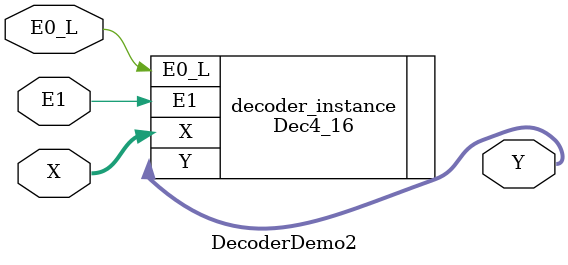
<source format=v>
module DecoderDemo2 (
    input wire E1,         // Active high enable
    input wire E0_L,       // Active low enable
    input wire [3:0] X,    // Data inputs X3 to X0
    output wire [15:0] Y   // Outputs Y15 to Y0
);

// Instantiate the Dec4_16 module
Dec4_16 decoder_instance (
    .E1(E1),
    .E0_L(E0_L),
    .X(X),
    .Y(Y)
);

endmodule

</source>
